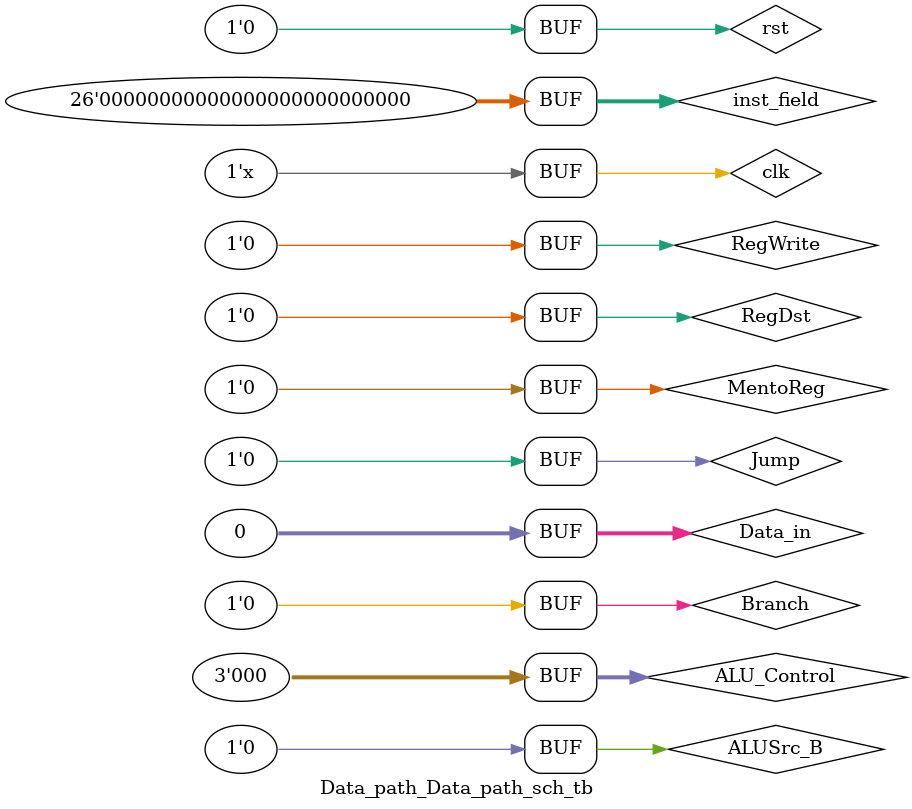
<source format=v>

`timescale 1ns / 1ps

module Data_path_Data_path_sch_tb();

// Inputs
   reg clk;
   reg rst;
   reg Jump;
   reg RegWrite;
   reg [25:0] inst_field;
   reg RegDst;
   reg MentoReg;
   reg [31:0] Data_in;
   reg [2:0] ALU_Control;
   reg ALUSrc_B;
   reg Branch;

// Output
   wire [31:0] PC_out;
   wire [31:0] Data_out;
   wire [31:0] ALU_out;

// Bidirs

// Instantiate the UUT
   Data_path UUT (
		.clk(clk), 
		.rst(rst), 
		.PC_out(PC_out), 
		.Jump(Jump), 
		.RegWrite(RegWrite), 
		.inst_field(inst_field), 
		.RegDst(RegDst), 
		.MentoReg(MentoReg), 
		.Data_in(Data_in), 
		.ALU_Control(ALU_Control), 
		.Data_out(Data_out), 
		.ALUSrc_B(ALUSrc_B), 
		.ALU_out(ALU_out), 
		.Branch(Branch)
   );
// Initialize Inputs
       initial begin
		clk = 0;
		rst = 0;
		Jump = 0;
		RegWrite = 0;
		inst_field = 0;
		RegDst = 0;
		MentoReg = 0;
		Data_in = 0;
		ALU_Control = 0;
		ALUSrc_B = 0;
		Branch = 0;
		end
		
		always begin
			#20;clk = ~clk;
		end
		
endmodule

</source>
